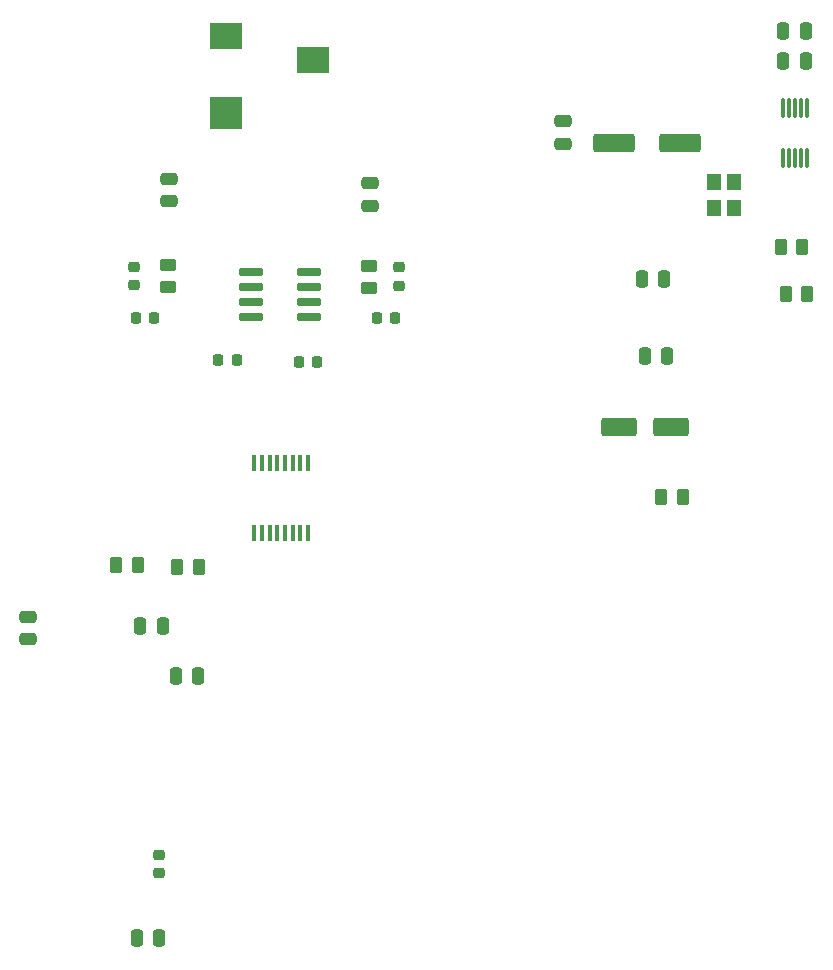
<source format=gbr>
%TF.GenerationSoftware,KiCad,Pcbnew,9.0.1*%
%TF.CreationDate,2025-05-08T16:34:57-07:00*%
%TF.ProjectId,Revision_Board,52657669-7369-46f6-9e5f-426f6172642e,rev?*%
%TF.SameCoordinates,Original*%
%TF.FileFunction,Paste,Top*%
%TF.FilePolarity,Positive*%
%FSLAX46Y46*%
G04 Gerber Fmt 4.6, Leading zero omitted, Abs format (unit mm)*
G04 Created by KiCad (PCBNEW 9.0.1) date 2025-05-08 16:34:57*
%MOMM*%
%LPD*%
G01*
G04 APERTURE LIST*
G04 Aperture macros list*
%AMRoundRect*
0 Rectangle with rounded corners*
0 $1 Rounding radius*
0 $2 $3 $4 $5 $6 $7 $8 $9 X,Y pos of 4 corners*
0 Add a 4 corners polygon primitive as box body*
4,1,4,$2,$3,$4,$5,$6,$7,$8,$9,$2,$3,0*
0 Add four circle primitives for the rounded corners*
1,1,$1+$1,$2,$3*
1,1,$1+$1,$4,$5*
1,1,$1+$1,$6,$7*
1,1,$1+$1,$8,$9*
0 Add four rect primitives between the rounded corners*
20,1,$1+$1,$2,$3,$4,$5,0*
20,1,$1+$1,$4,$5,$6,$7,0*
20,1,$1+$1,$6,$7,$8,$9,0*
20,1,$1+$1,$8,$9,$2,$3,0*%
G04 Aperture macros list end*
%ADD10RoundRect,0.250000X-0.262500X-0.450000X0.262500X-0.450000X0.262500X0.450000X-0.262500X0.450000X0*%
%ADD11RoundRect,0.250000X0.262500X0.450000X-0.262500X0.450000X-0.262500X-0.450000X0.262500X-0.450000X0*%
%ADD12RoundRect,0.250000X0.475000X-0.250000X0.475000X0.250000X-0.475000X0.250000X-0.475000X-0.250000X0*%
%ADD13RoundRect,0.250000X-0.250000X-0.475000X0.250000X-0.475000X0.250000X0.475000X-0.250000X0.475000X0*%
%ADD14RoundRect,0.225000X-0.225000X-0.250000X0.225000X-0.250000X0.225000X0.250000X-0.225000X0.250000X0*%
%ADD15RoundRect,0.250000X-0.450000X0.262500X-0.450000X-0.262500X0.450000X-0.262500X0.450000X0.262500X0*%
%ADD16R,2.800000X2.200000*%
%ADD17R,2.800000X2.800000*%
%ADD18RoundRect,0.225000X0.225000X0.250000X-0.225000X0.250000X-0.225000X-0.250000X0.225000X-0.250000X0*%
%ADD19RoundRect,0.250000X-0.475000X0.250000X-0.475000X-0.250000X0.475000X-0.250000X0.475000X0.250000X0*%
%ADD20RoundRect,0.225000X-0.250000X0.225000X-0.250000X-0.225000X0.250000X-0.225000X0.250000X0.225000X0*%
%ADD21RoundRect,0.250000X-1.500000X-0.550000X1.500000X-0.550000X1.500000X0.550000X-1.500000X0.550000X0*%
%ADD22RoundRect,0.250000X0.250000X0.475000X-0.250000X0.475000X-0.250000X-0.475000X0.250000X-0.475000X0*%
%ADD23R,0.450000X1.475000*%
%ADD24RoundRect,0.087500X0.087500X-0.725000X0.087500X0.725000X-0.087500X0.725000X-0.087500X-0.725000X0*%
%ADD25RoundRect,0.225000X0.250000X-0.225000X0.250000X0.225000X-0.250000X0.225000X-0.250000X-0.225000X0*%
%ADD26RoundRect,0.075000X-0.910000X-0.225000X0.910000X-0.225000X0.910000X0.225000X-0.910000X0.225000X0*%
%ADD27RoundRect,0.250000X-1.250000X-0.550000X1.250000X-0.550000X1.250000X0.550000X-1.250000X0.550000X0*%
%ADD28R,1.200000X1.400000*%
G04 APERTURE END LIST*
D10*
%TO.C,R3*%
X31265000Y-59267500D03*
X33090000Y-59267500D03*
%TD*%
D11*
%TO.C,R7*%
X74075000Y-53345000D03*
X72250000Y-53345000D03*
%TD*%
D12*
%TO.C,C10*%
X18675000Y-65395000D03*
X18675000Y-63495000D03*
%TD*%
D13*
%TO.C,C19*%
X27870000Y-90730000D03*
X29770000Y-90730000D03*
%TD*%
D14*
%TO.C,C5*%
X41575000Y-41932500D03*
X43125000Y-41932500D03*
%TD*%
D15*
%TO.C,R2*%
X47525000Y-33835000D03*
X47525000Y-35660000D03*
%TD*%
D14*
%TO.C,C6*%
X27800000Y-38247500D03*
X29350000Y-38247500D03*
%TD*%
D13*
%TO.C,C15*%
X70875000Y-41432500D03*
X72775000Y-41432500D03*
%TD*%
D16*
%TO.C,J3*%
X42775000Y-16332500D03*
X35375000Y-14332500D03*
D17*
X35375000Y-20832500D03*
%TD*%
D18*
%TO.C,C8*%
X49750000Y-38247500D03*
X48200000Y-38247500D03*
%TD*%
D19*
%TO.C,C3*%
X30575000Y-26432500D03*
X30575000Y-28332500D03*
%TD*%
D20*
%TO.C,C1*%
X27575000Y-33882500D03*
X27575000Y-35432500D03*
%TD*%
D11*
%TO.C,R6*%
X84607500Y-36182500D03*
X82782500Y-36182500D03*
%TD*%
D21*
%TO.C,C17*%
X68275000Y-23432500D03*
X73875000Y-23432500D03*
%TD*%
D22*
%TO.C,C13*%
X84475000Y-16432500D03*
X82575000Y-16432500D03*
%TD*%
D10*
%TO.C,R4*%
X26090000Y-59162500D03*
X27915000Y-59162500D03*
%TD*%
D13*
%TO.C,C9*%
X28140000Y-64267500D03*
X30040000Y-64267500D03*
%TD*%
D20*
%TO.C,C2*%
X50075000Y-33932500D03*
X50075000Y-35482500D03*
%TD*%
D23*
%TO.C,U2*%
X42350000Y-50494500D03*
X41700000Y-50494500D03*
X41050000Y-50494500D03*
X40400000Y-50494500D03*
X39750000Y-50494500D03*
X39100000Y-50494500D03*
X38450000Y-50494500D03*
X37800000Y-50494500D03*
X37800000Y-56370500D03*
X38450000Y-56370500D03*
X39100000Y-56370500D03*
X39750000Y-56370500D03*
X40400000Y-56370500D03*
X41050000Y-56370500D03*
X41700000Y-56370500D03*
X42350000Y-56370500D03*
%TD*%
D11*
%TO.C,R5*%
X84195000Y-32182500D03*
X82370000Y-32182500D03*
%TD*%
D24*
%TO.C,Y1*%
X82575000Y-24657500D03*
X83075000Y-24657500D03*
X83575000Y-24657500D03*
X84075000Y-24657500D03*
X84575000Y-24657500D03*
X84575000Y-20432500D03*
X84075000Y-20432500D03*
X83575000Y-20432500D03*
X83075000Y-20432500D03*
X82575000Y-20432500D03*
%TD*%
D18*
%TO.C,C7*%
X36300000Y-41747500D03*
X34750000Y-41747500D03*
%TD*%
D19*
%TO.C,C4*%
X47575000Y-26787500D03*
X47575000Y-28687500D03*
%TD*%
D25*
%TO.C,C12*%
X29770000Y-85230000D03*
X29770000Y-83680000D03*
%TD*%
D12*
%TO.C,C18*%
X63912500Y-23470000D03*
X63912500Y-21570000D03*
%TD*%
D26*
%TO.C,U1*%
X37525000Y-34342500D03*
X37525000Y-35612500D03*
X37525000Y-36882500D03*
X37525000Y-38152500D03*
X42465000Y-38152500D03*
X42465000Y-36882500D03*
X42465000Y-35612500D03*
X42465000Y-34342500D03*
%TD*%
D22*
%TO.C,C20*%
X84475000Y-13932500D03*
X82575000Y-13932500D03*
%TD*%
D27*
%TO.C,C14*%
X68662500Y-47432500D03*
X73062500Y-47432500D03*
%TD*%
D28*
%TO.C,Y2*%
X76695000Y-26682500D03*
X76695000Y-28882500D03*
X78395000Y-28882500D03*
X78395000Y-26682500D03*
%TD*%
D15*
%TO.C,R1*%
X30525000Y-33747500D03*
X30525000Y-35572500D03*
%TD*%
D13*
%TO.C,C16*%
X70625000Y-34932500D03*
X72525000Y-34932500D03*
%TD*%
%TO.C,C11*%
X31140000Y-68500000D03*
X33040000Y-68500000D03*
%TD*%
M02*

</source>
